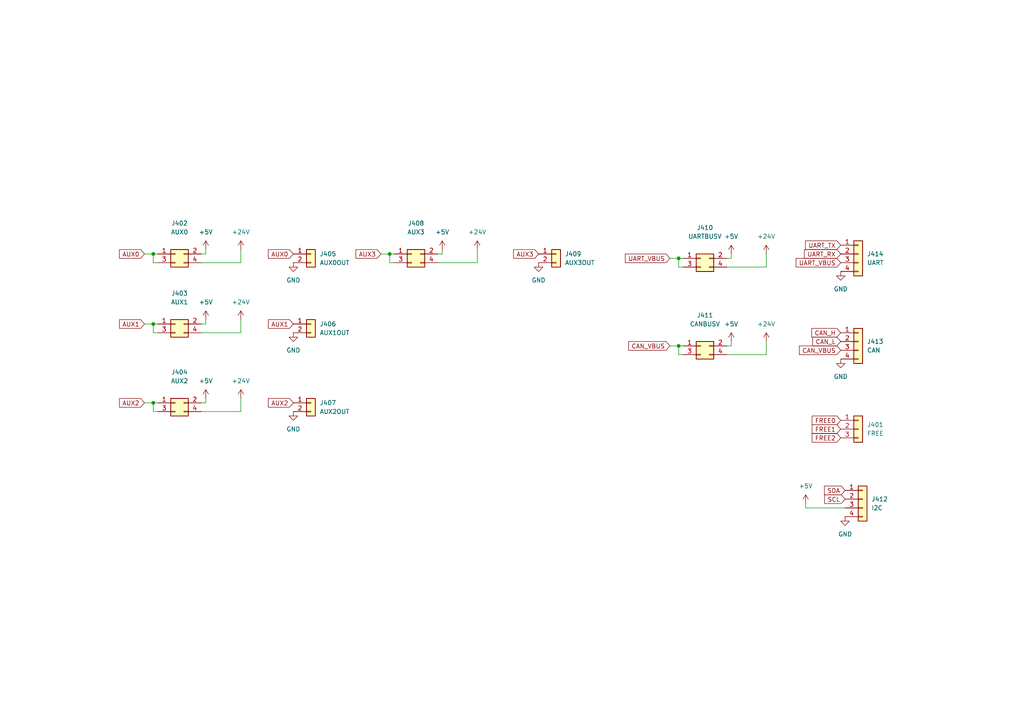
<source format=kicad_sch>
(kicad_sch (version 20211123) (generator eeschema)
  (paper "A4")
  (lib_symbols
    (symbol "Connector_Generic:Conn_01x02" (pin_names (offset 1.016) hide)
      (property "Reference" "J" (at 0 2.54 0))
      (property "Value" "Conn_01x02" (at 0 -5.08 0))
      (symbol "Conn_01x02_1_1"
        (rectangle (start -1.27 -2.413) (end 0 -2.667) (stroke (width 0.1524)))
        (rectangle (start -1.27 0.127) (end 0 -0.127) (stroke (width 0.1524)))
        (rectangle (start -1.27 1.27) (end 1.27 -3.81) (stroke (width 0.254)) (fill (type background)))
        (pin passive line (at -5.08 0 0) (length 3.81) (name "Pin_1") (number "1"))
        (pin passive line (at -5.08 -2.54 0) (length 3.81) (name "Pin_2") (number "2"))
      )
    )
    (symbol "Connector_Generic:Conn_01x03" (pin_names (offset 1.016) hide)
      (property "Reference" "J" (at 0 5.08 0))
      (property "Value" "Conn_01x03" (at 0 -5.08 0))
      (symbol "Conn_01x03_1_1"
        (rectangle (start -1.27 -2.413) (end 0 -2.667) (stroke (width 0.1524)))
        (rectangle (start -1.27 0.127) (end 0 -0.127) (stroke (width 0.1524)))
        (rectangle (start -1.27 2.667) (end 0 2.413) (stroke (width 0.1524)))
        (rectangle (start -1.27 3.81) (end 1.27 -3.81) (stroke (width 0.254)) (fill (type background)))
        (pin passive line (at -5.08 2.54 0) (length 3.81) (name "Pin_1") (number "1"))
        (pin passive line (at -5.08 0 0) (length 3.81) (name "Pin_2") (number "2"))
        (pin passive line (at -5.08 -2.54 0) (length 3.81) (name "Pin_3") (number "3"))
      )
    )
    (symbol "Connector_Generic:Conn_01x04" (pin_names (offset 1.016) hide)
      (property "Reference" "J" (at 0 5.08 0))
      (property "Value" "Conn_01x04" (at 0 -7.62 0))
      (symbol "Conn_01x04_1_1"
        (rectangle (start -1.27 -4.953) (end 0 -5.207) (stroke (width 0.1524)))
        (rectangle (start -1.27 -2.413) (end 0 -2.667) (stroke (width 0.1524)))
        (rectangle (start -1.27 0.127) (end 0 -0.127) (stroke (width 0.1524)))
        (rectangle (start -1.27 2.667) (end 0 2.413) (stroke (width 0.1524)))
        (rectangle (start -1.27 3.81) (end 1.27 -6.35) (stroke (width 0.254)) (fill (type background)))
        (pin passive line (at -5.08 2.54 0) (length 3.81) (name "Pin_1") (number "1"))
        (pin passive line (at -5.08 0 0) (length 3.81) (name "Pin_2") (number "2"))
        (pin passive line (at -5.08 -2.54 0) (length 3.81) (name "Pin_3") (number "3"))
        (pin passive line (at -5.08 -5.08 0) (length 3.81) (name "Pin_4") (number "4"))
      )
    )
    (symbol "Connector_Generic:Conn_02x02_Odd_Even" (pin_names (offset 1.016) hide)
      (property "Reference" "J" (at 1.27 2.54 0))
      (property "Value" "Conn_02x02_Odd_Even" (at 1.27 -5.08 0))
      (symbol "Conn_02x02_Odd_Even_1_1"
        (rectangle (start -1.27 -2.413) (end 0 -2.667) (stroke (width 0.1524)))
        (rectangle (start -1.27 0.127) (end 0 -0.127) (stroke (width 0.1524)))
        (rectangle (start -1.27 1.27) (end 3.81 -3.81) (stroke (width 0.254)) (fill (type background)))
        (rectangle (start 3.81 -2.413) (end 2.54 -2.667) (stroke (width 0.1524)))
        (rectangle (start 3.81 0.127) (end 2.54 -0.127) (stroke (width 0.1524)))
        (pin passive line (at -5.08 0 0) (length 3.81) (name "Pin_1") (number "1"))
        (pin passive line (at 7.62 0 180) (length 3.81) (name "Pin_2") (number "2"))
        (pin passive line (at -5.08 -2.54 0) (length 3.81) (name "Pin_3") (number "3"))
        (pin passive line (at 7.62 -2.54 180) (length 3.81) (name "Pin_4") (number "4"))
      )
    )
    (symbol "power:+24V" (power) (pin_names (offset 0))
      (property "Value" "+24V" (at 0 3.556 0))
      (symbol "+24V_0_1"
        (polyline (pts (xy -0.762 1.27) (xy 0 2.54)))
        (polyline (pts (xy 0 0) (xy 0 2.54)))
        (polyline (pts (xy 0 2.54) (xy 0.762 1.27)))
      )
      (symbol "+24V_1_1"
        (pin power_in line (at 0 0 90) (length 0) hide (name "+24V") (number "1"))
      )
    )
    (symbol "power:+5V" (power) (pin_names (offset 0))
      (property "Value" "+5V" (at 0 3.556 0))
      (symbol "+5V_0_1"
        (polyline (pts (xy -0.762 1.27) (xy 0 2.54)))
        (polyline (pts (xy 0 0) (xy 0 2.54)))
        (polyline (pts (xy 0 2.54) (xy 0.762 1.27)))
      )
      (symbol "+5V_1_1"
        (pin power_in line (at 0 0 90) (length 0) hide (name "+5V") (number "1"))
      )
    )
    (symbol "power:GND" (power) (pin_names (offset 0))
      (property "Value" "GND" (at 0 -3.81 0))
      (symbol "GND_0_1"
        (polyline (pts (xy 0 0) (xy 0 -1.27) (xy 1.27 -1.27) (xy 0 -2.54) (xy -1.27 -1.27) (xy 0 -1.27)))
      )
      (symbol "GND_1_1"
        (pin power_in line (at 0 0 270) (length 0) hide (name "GND") (number "1"))
      )
    )
  )
  (junction (at 196.85 74.93))
  (junction (at 196.85 100.33))
  (junction (at 44.45 93.98))
  (junction (at 113.03 73.66))
  (junction (at 44.45 116.84))
  (junction (at 44.45 73.66))
  (wire (pts (xy 194.31 100.33) (xy 196.85 100.33)))
  (wire (pts (xy 212.09 100.33) (xy 212.09 99.06)))
  (wire (pts (xy 41.91 93.98) (xy 44.45 93.98)))
  (wire (pts (xy 44.45 73.66) (xy 44.45 76.2)))
  (wire (pts (xy 233.68 147.32) (xy 245.11 147.32)))
  (wire (pts (xy 128.27 73.66) (xy 128.27 72.39)))
  (wire (pts (xy 45.72 73.66) (xy 44.45 73.66)))
  (wire (pts (xy 58.42 119.38) (xy 69.85 119.38)))
  (wire (pts (xy 210.82 74.93) (xy 212.09 74.93)))
  (wire (pts (xy 210.82 102.87) (xy 222.25 102.87)))
  (wire (pts (xy 69.85 119.38) (xy 69.85 115.57)))
  (wire (pts (xy 41.91 116.84) (xy 44.45 116.84)))
  (wire (pts (xy 222.25 77.47) (xy 222.25 73.66)))
  (wire (pts (xy 58.42 76.2) (xy 69.85 76.2)))
  (wire (pts (xy 44.45 76.2) (xy 45.72 76.2)))
  (wire (pts (xy 59.69 93.98) (xy 59.69 92.71)))
  (wire (pts (xy 127 76.2) (xy 138.43 76.2)))
  (wire (pts (xy 127 73.66) (xy 128.27 73.66)))
  (wire (pts (xy 212.09 74.93) (xy 212.09 73.66)))
  (wire (pts (xy 58.42 116.84) (xy 59.69 116.84)))
  (wire (pts (xy 58.42 93.98) (xy 59.69 93.98)))
  (wire (pts (xy 194.31 74.93) (xy 196.85 74.93)))
  (wire (pts (xy 210.82 77.47) (xy 222.25 77.47)))
  (wire (pts (xy 58.42 73.66) (xy 59.69 73.66)))
  (wire (pts (xy 210.82 100.33) (xy 212.09 100.33)))
  (wire (pts (xy 113.03 76.2) (xy 114.3 76.2)))
  (wire (pts (xy 44.45 96.52) (xy 45.72 96.52)))
  (wire (pts (xy 45.72 93.98) (xy 44.45 93.98)))
  (wire (pts (xy 59.69 73.66) (xy 59.69 72.39)))
  (wire (pts (xy 114.3 73.66) (xy 113.03 73.66)))
  (wire (pts (xy 44.45 116.84) (xy 44.45 119.38)))
  (wire (pts (xy 110.49 73.66) (xy 113.03 73.66)))
  (wire (pts (xy 44.45 119.38) (xy 45.72 119.38)))
  (wire (pts (xy 58.42 96.52) (xy 69.85 96.52)))
  (wire (pts (xy 45.72 116.84) (xy 44.45 116.84)))
  (wire (pts (xy 113.03 73.66) (xy 113.03 76.2)))
  (wire (pts (xy 59.69 116.84) (xy 59.69 115.57)))
  (wire (pts (xy 41.91 73.66) (xy 44.45 73.66)))
  (wire (pts (xy 44.45 93.98) (xy 44.45 96.52)))
  (wire (pts (xy 196.85 102.87) (xy 198.12 102.87)))
  (wire (pts (xy 196.85 77.47) (xy 198.12 77.47)))
  (wire (pts (xy 222.25 102.87) (xy 222.25 99.06)))
  (wire (pts (xy 233.68 146.05) (xy 233.68 147.32)))
  (wire (pts (xy 198.12 74.93) (xy 196.85 74.93)))
  (wire (pts (xy 196.85 74.93) (xy 196.85 77.47)))
  (wire (pts (xy 69.85 96.52) (xy 69.85 92.71)))
  (wire (pts (xy 198.12 100.33) (xy 196.85 100.33)))
  (wire (pts (xy 69.85 76.2) (xy 69.85 72.39)))
  (wire (pts (xy 138.43 76.2) (xy 138.43 72.39)))
  (wire (pts (xy 196.85 100.33) (xy 196.85 102.87)))
  (global_label "CAN_L" (shape input) (at 243.84 99.06 180) (property "Intersheet References" "${INTERSHEET_REFS}" (effects hide)))
  (global_label "FREE0" (shape input) (at 243.84 121.92 180) (property "Intersheet References" "${INTERSHEET_REFS}" (effects hide)))
  (global_label "CAN_VBUS" (shape input) (at 243.84 101.6 180) (property "Intersheet References" "${INTERSHEET_REFS}" (effects hide)))
  (global_label "AUX0" (shape input) (at 41.91 73.66 180) (property "Intersheet References" "${INTERSHEET_REFS}" (effects hide)))
  (global_label "UART_TX" (shape input) (at 243.84 71.12 180) (property "Intersheet References" "${INTERSHEET_REFS}" (effects hide)))
  (global_label "AUX3" (shape input) (at 156.21 73.66 180) (property "Intersheet References" "${INTERSHEET_REFS}" (effects hide)))
  (global_label "SDA" (shape input) (at 245.11 142.24 180) (property "Intersheet References" "${INTERSHEET_REFS}" (effects hide)))
  (global_label "CAN_VBUS" (shape input) (at 194.31 100.33 180) (property "Intersheet References" "${INTERSHEET_REFS}" (effects hide)))
  (global_label "AUX0" (shape input) (at 85.09 73.66 180) (property "Intersheet References" "${INTERSHEET_REFS}" (effects hide)))
  (global_label "AUX2" (shape input) (at 85.09 116.84 180) (property "Intersheet References" "${INTERSHEET_REFS}" (effects hide)))
  (global_label "AUX1" (shape input) (at 41.91 93.98 180) (property "Intersheet References" "${INTERSHEET_REFS}" (effects hide)))
  (global_label "UART_VBUS" (shape input) (at 194.31 74.93 180) (property "Intersheet References" "${INTERSHEET_REFS}" (effects hide)))
  (global_label "CAN_H" (shape input) (at 243.84 96.52 180) (property "Intersheet References" "${INTERSHEET_REFS}" (effects hide)))
  (global_label "FREE2" (shape input) (at 243.84 127 180) (property "Intersheet References" "${INTERSHEET_REFS}" (effects hide)))
  (global_label "UART_RX" (shape input) (at 243.84 73.66 180) (property "Intersheet References" "${INTERSHEET_REFS}" (effects hide)))
  (global_label "AUX1" (shape input) (at 85.09 93.98 180) (property "Intersheet References" "${INTERSHEET_REFS}" (effects hide)))
  (global_label "AUX2" (shape input) (at 41.91 116.84 180) (property "Intersheet References" "${INTERSHEET_REFS}" (effects hide)))
  (global_label "AUX3" (shape input) (at 110.49 73.66 180) (property "Intersheet References" "${INTERSHEET_REFS}" (effects hide)))
  (global_label "SCL" (shape input) (at 245.11 144.78 180) (property "Intersheet References" "${INTERSHEET_REFS}" (effects hide)))
  (global_label "FREE1" (shape input) (at 243.84 124.46 180) (property "Intersheet References" "${INTERSHEET_REFS}" (effects hide)))
  (global_label "UART_VBUS" (shape input) (at 243.84 76.2 180) (property "Intersheet References" "${INTERSHEET_REFS}" (effects hide)))
  (symbol (lib_id "power:GND") (at 245.11 149.86 0) (unit 1)
    (property "Reference" "#PWR0423" (effects hide))
    (property "Value" "GND" (at 245.11 154.94 0))
  )
  (symbol (lib_id "Connector_Generic:Conn_02x02_Odd_Even") (at 50.8 73.66 0) (unit 1)
    (property "Reference" "J402" (at 52.07 64.77 0))
    (property "Value" "AUX0" (at 52.07 67.31 0))
    (property "Footprint" "Connector_PinHeader_2.54mm:PinHeader_2x02_P2.54mm_Vertical" (effects hide))
  )
  (symbol (lib_id "power:+5V") (at 128.27 72.39 0) (mirror y) (unit 1)
    (property "Reference" "#PWR0413" (effects hide))
    (property "Value" "+5V" (at 128.27 67.31 0))
  )
  (symbol (lib_id "Connector_Generic:Conn_01x02") (at 90.17 73.66 0) (unit 1)
    (property "Reference" "J405" (at 92.71 73.6599 0) (effects (justify left)))
    (property "Value" "AUX0OUT" (at 92.71 76.1999 0) (effects (justify left)))
    (property "Footprint" "Connector_JST:JST_XH_B2B-XH-A_1x02_P2.50mm_Vertical" (effects hide))
  )
  (symbol (lib_id "power:+5V") (at 212.09 73.66 0) (mirror y) (unit 1)
    (property "Reference" "#PWR0158" (effects hide))
    (property "Value" "+5V" (at 212.09 68.58 0))
  )
  (symbol (lib_id "power:GND") (at 156.21 76.2 0) (unit 1)
    (property "Reference" "#PWR0416" (effects hide))
    (property "Value" "GND" (at 156.21 81.28 0))
  )
  (symbol (lib_id "power:GND") (at 85.09 119.38 0) (unit 1)
    (property "Reference" "#PWR0412" (effects hide))
    (property "Value" "GND" (at 85.09 124.46 0))
  )
  (symbol (lib_id "power:+24V") (at 69.85 115.57 0) (mirror y) (unit 1)
    (property "Reference" "#PWR0409" (effects hide))
    (property "Value" "+24V" (at 69.85 110.49 0))
  )
  (symbol (lib_id "Connector_Generic:Conn_02x02_Odd_Even") (at 203.2 74.93 0) (unit 1)
    (property "Reference" "J410" (at 204.47 66.04 0))
    (property "Value" "UARTBUSV" (at 204.47 68.58 0))
    (property "Footprint" "Connector_PinHeader_2.54mm:PinHeader_2x02_P2.54mm_Vertical" (effects hide))
  )
  (symbol (lib_id "Connector_Generic:Conn_01x02") (at 161.29 73.66 0) (unit 1)
    (property "Reference" "J409" (at 163.83 73.6599 0) (effects (justify left)))
    (property "Value" "AUX3OUT" (at 163.83 76.1999 0) (effects (justify left)))
    (property "Footprint" "Connector_JST:JST_XH_B2B-XH-A_1x02_P2.50mm_Vertical" (effects hide))
  )
  (symbol (lib_id "power:GND") (at 85.09 76.2 0) (unit 1)
    (property "Reference" "#PWR0410" (effects hide))
    (property "Value" "GND" (at 85.09 81.28 0))
  )
  (symbol (lib_id "power:GND") (at 243.84 78.74 0) (unit 1)
    (property "Reference" "#PWR0160" (effects hide))
    (property "Value" "GND" (at 243.84 83.82 0))
  )
  (symbol (lib_id "power:+5V") (at 59.69 72.39 0) (mirror y) (unit 1)
    (property "Reference" "#PWR0401" (effects hide))
    (property "Value" "+5V" (at 59.69 67.31 0))
  )
  (symbol (lib_id "Connector_Generic:Conn_01x02") (at 90.17 116.84 0) (unit 1)
    (property "Reference" "J407" (at 92.71 116.8399 0) (effects (justify left)))
    (property "Value" "AUX2OUT" (at 92.71 119.3799 0) (effects (justify left)))
    (property "Footprint" "Connector_JST:JST_XH_B2B-XH-A_1x02_P2.50mm_Vertical" (effects hide))
  )
  (symbol (lib_id "power:GND") (at 243.84 104.14 0) (unit 1)
    (property "Reference" "#PWR0424" (effects hide))
    (property "Value" "GND" (at 243.84 109.22 0))
  )
  (symbol (lib_id "Connector_Generic:Conn_01x03") (at 248.92 124.46 0) (unit 1)
    (property "Reference" "J401" (at 251.46 123.1899 0) (effects (justify left)))
    (property "Value" "FREE" (at 251.46 125.7299 0) (effects (justify left)))
    (property "Footprint" "Connector_PinHeader_2.54mm:PinHeader_1x03_P2.54mm_Vertical" (effects hide))
  )
  (symbol (lib_id "power:+24V") (at 222.25 73.66 0) (mirror y) (unit 1)
    (property "Reference" "#PWR0159" (effects hide))
    (property "Value" "+24V" (at 222.25 68.58 0))
  )
  (symbol (lib_id "power:GND") (at 85.09 96.52 0) (unit 1)
    (property "Reference" "#PWR0411" (effects hide))
    (property "Value" "GND" (at 85.09 101.6 0))
  )
  (symbol (lib_id "Connector_Generic:Conn_02x02_Odd_Even") (at 203.2 100.33 0) (unit 1)
    (property "Reference" "J411" (at 204.47 91.44 0))
    (property "Value" "CANBUSV" (at 204.47 93.98 0))
    (property "Footprint" "Connector_PinHeader_2.54mm:PinHeader_2x02_P2.54mm_Vertical" (effects hide))
  )
  (symbol (lib_id "Connector_Generic:Conn_02x02_Odd_Even") (at 50.8 116.84 0) (unit 1)
    (property "Reference" "J404" (at 52.07 107.95 0))
    (property "Value" "AUX2" (at 52.07 110.49 0))
    (property "Footprint" "Connector_PinHeader_2.54mm:PinHeader_2x02_P2.54mm_Vertical" (effects hide))
  )
  (symbol (lib_id "Connector_Generic:Conn_01x04") (at 248.92 99.06 0) (unit 1)
    (property "Reference" "J413" (at 251.46 99.0599 0) (effects (justify left)))
    (property "Value" "CAN" (at 251.46 101.5999 0) (effects (justify left)))
    (property "Footprint" "Connector_JST:JST_XH_S4B-XH-A_1x04_P2.50mm_Horizontal" (effects hide))
  )
  (symbol (lib_id "power:+24V") (at 69.85 72.39 0) (mirror y) (unit 1)
    (property "Reference" "#PWR0407" (effects hide))
    (property "Value" "+24V" (at 69.85 67.31 0))
  )
  (symbol (lib_id "Connector_Generic:Conn_02x02_Odd_Even") (at 119.38 73.66 0) (unit 1)
    (property "Reference" "J408" (at 120.65 64.77 0))
    (property "Value" "AUX3" (at 120.65 67.31 0))
    (property "Footprint" "Connector_PinHeader_2.54mm:PinHeader_2x02_P2.54mm_Vertical" (effects hide))
  )
  (symbol (lib_id "power:+5V") (at 212.09 99.06 0) (mirror y) (unit 1)
    (property "Reference" "#PWR0418" (effects hide))
    (property "Value" "+5V" (at 212.09 93.98 0))
  )
  (symbol (lib_id "power:+5V") (at 233.68 146.05 0) (mirror y) (unit 1)
    (property "Reference" "#PWR0417" (effects hide))
    (property "Value" "+5V" (at 233.68 140.97 0))
  )
  (symbol (lib_id "Connector_Generic:Conn_01x04") (at 248.92 73.66 0) (unit 1)
    (property "Reference" "J414" (at 251.46 73.6599 0) (effects (justify left)))
    (property "Value" "UART" (at 251.46 76.1999 0) (effects (justify left)))
    (property "Footprint" "Connector_JST:JST_XH_S4B-XH-A_1x04_P2.50mm_Horizontal" (effects hide))
  )
  (symbol (lib_id "power:+5V") (at 59.69 92.71 0) (mirror y) (unit 1)
    (property "Reference" "#PWR0402" (effects hide))
    (property "Value" "+5V" (at 59.69 87.63 0))
  )
  (symbol (lib_id "Connector_Generic:Conn_02x02_Odd_Even") (at 50.8 93.98 0) (unit 1)
    (property "Reference" "J403" (at 52.07 85.09 0))
    (property "Value" "AUX1" (at 52.07 87.63 0))
    (property "Footprint" "Connector_PinHeader_2.54mm:PinHeader_2x02_P2.54mm_Vertical" (effects hide))
  )
  (symbol (lib_id "power:+5V") (at 59.69 115.57 0) (mirror y) (unit 1)
    (property "Reference" "#PWR0403" (effects hide))
    (property "Value" "+5V" (at 59.69 110.49 0))
  )
  (symbol (lib_id "power:+24V") (at 138.43 72.39 0) (mirror y) (unit 1)
    (property "Reference" "#PWR0415" (effects hide))
    (property "Value" "+24V" (at 138.43 67.31 0))
  )
  (symbol (lib_id "Connector_Generic:Conn_01x02") (at 90.17 93.98 0) (unit 1)
    (property "Reference" "J406" (at 92.71 93.9799 0) (effects (justify left)))
    (property "Value" "AUX1OUT" (at 92.71 96.5199 0) (effects (justify left)))
    (property "Footprint" "Connector_JST:JST_XH_B2B-XH-A_1x02_P2.50mm_Vertical" (effects hide))
  )
  (symbol (lib_id "power:+24V") (at 222.25 99.06 0) (mirror y) (unit 1)
    (property "Reference" "#PWR0422" (effects hide))
    (property "Value" "+24V" (at 222.25 93.98 0))
  )
  (symbol (lib_id "Connector_Generic:Conn_01x04") (at 250.19 144.78 0) (unit 1)
    (property "Reference" "J412" (at 252.73 144.7799 0) (effects (justify left)))
    (property "Value" "I2C" (at 252.73 147.3199 0) (effects (justify left)))
    (property "Footprint" "Connector_JST:JST_XH_S4B-XH-A_1x04_P2.50mm_Horizontal" (effects hide))
  )
  (symbol (lib_id "power:+24V") (at 69.85 92.71 0) (mirror y) (unit 1)
    (property "Reference" "#PWR0408" (effects hide))
    (property "Value" "+24V" (at 69.85 87.63 0))
  )
)
</source>
